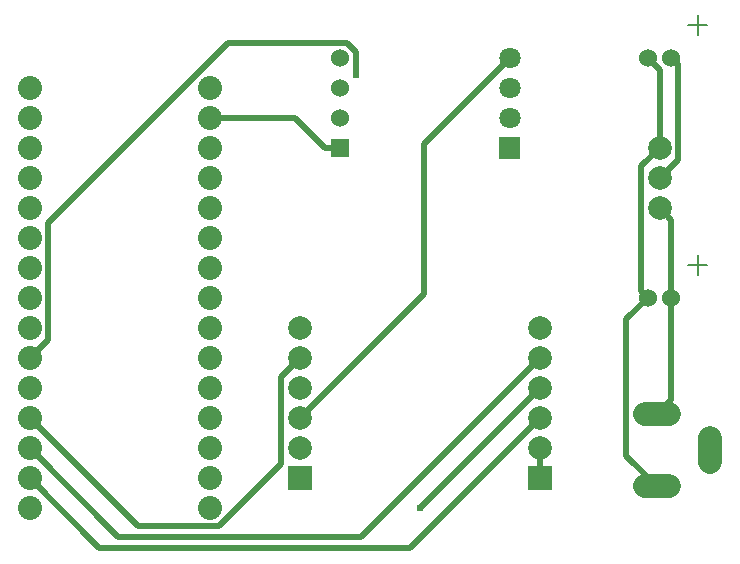
<source format=gbl>
G04 Layer: BottomLayer*
G04 EasyEDA v6.4.31, 2022-02-05 19:12:57*
G04 bf2cb295ba724ca7aa620009b2cc85ec,0a318e337cfa45e088b33f9f44b42fdc,10*
G04 Gerber Generator version 0.2*
G04 Scale: 100 percent, Rotated: No, Reflected: No *
G04 Dimensions in millimeters *
G04 leading zeros omitted , absolute positions ,4 integer and 5 decimal *
%FSLAX45Y45*%
%MOMM*%

%ADD11C,0.5080*%
%ADD12C,0.6100*%
%ADD13C,1.5300*%
%ADD14C,2.0320*%
%ADD15C,2.0000*%
%ADD16C,1.5240*%
%ADD17R,1.5240X1.5240*%
%ADD18C,1.8000*%
%ADD20R,2.0000X2.0000*%
%ADD21C,0.2032*%

%LPD*%
D21*
X7008368Y5615178D02*
G01*
X6842252Y5615178D01*
X6925309Y5531612D02*
G01*
X6925309Y5698236D01*
X7008368Y7647178D02*
G01*
X6842252Y7647178D01*
X6925309Y7563612D02*
G01*
X6925309Y7730236D01*
D11*
X1270000Y4826000D02*
G01*
X1422603Y4978603D01*
X1422603Y5969507D01*
X2947492Y7494396D01*
X3956405Y7494396D01*
X4034713Y7416088D01*
X4034713Y7224598D01*
X5588000Y4572000D02*
G01*
X4572000Y3556000D01*
X1270000Y3810000D02*
G01*
X1859610Y3220389D01*
X4490389Y3220389D01*
X5588000Y4318000D01*
X6604000Y6604000D02*
G01*
X6448983Y6448983D01*
X6448983Y5388940D01*
X6503924Y5334000D01*
X6604000Y6604000D02*
G01*
X6604000Y7265923D01*
X6503924Y7366000D01*
X3898900Y6604000D02*
G01*
X3771823Y6604000D01*
X2794000Y6858000D02*
G01*
X3517823Y6858000D01*
X3771823Y6604000D01*
X6580936Y3740785D02*
G01*
X6323380Y3998340D01*
X6323380Y5153456D01*
X6503924Y5334000D01*
X5588000Y4064000D02*
G01*
X5588000Y3810000D01*
X5334000Y7366000D02*
G01*
X4606696Y6638696D01*
X4606696Y5368696D01*
X3556000Y4318000D01*
X6604000Y6350000D02*
G01*
X6756374Y6502374D01*
X6756374Y7313701D01*
X6704075Y7366000D01*
X6604000Y6096000D02*
G01*
X6704075Y5995923D01*
X6704075Y5334000D01*
X6580936Y4348276D02*
G01*
X6704075Y4471415D01*
X6704075Y5334000D01*
X3556000Y4826000D02*
G01*
X3398748Y4668748D01*
X3398748Y3926103D01*
X2871444Y3398799D01*
X2189200Y3398799D01*
X1270000Y4318000D01*
X5588000Y4826000D02*
G01*
X4074261Y3312261D01*
X2021738Y3312261D01*
X1270000Y4064000D01*
D13*
G01*
X6704075Y5334000D03*
G01*
X6503924Y5334000D03*
G01*
X6704075Y7366000D03*
G01*
X6503924Y7366000D03*
D14*
G01*
X1270000Y7112000D03*
G01*
X1270000Y6858000D03*
G01*
X1270000Y6604000D03*
G01*
X1270000Y6350000D03*
G01*
X1270000Y6096000D03*
G01*
X1270000Y5842000D03*
G01*
X1270000Y5588000D03*
G01*
X1270000Y5334000D03*
G01*
X1270000Y5080000D03*
G01*
X1270000Y4826000D03*
G01*
X1270000Y4572000D03*
G01*
X1270000Y4318000D03*
G01*
X1270000Y4064000D03*
G01*
X1270000Y3810000D03*
G01*
X1270000Y3556000D03*
G01*
X2794000Y3556000D03*
G01*
X2794000Y3810000D03*
G01*
X2794000Y4064000D03*
G01*
X2794000Y4318000D03*
G01*
X2794000Y4572000D03*
G01*
X2794000Y4826000D03*
G01*
X2794000Y5080000D03*
G01*
X2794000Y5334000D03*
G01*
X2794000Y5588000D03*
G01*
X2794000Y5842000D03*
G01*
X2794000Y6096000D03*
G01*
X2794000Y6350000D03*
G01*
X2794000Y6604000D03*
G01*
X2794000Y6858000D03*
G01*
X2794000Y7112000D03*
D15*
G01*
X6604000Y6604000D03*
G01*
X6604000Y6350000D03*
G01*
X6604000Y6096000D03*
D16*
G01*
X3898900Y7366000D03*
G01*
X3898900Y7112000D03*
G01*
X3898900Y6858000D03*
D17*
G01*
X3898900Y6604000D03*
D18*
G01*
X5334000Y7366000D03*
G01*
X5334000Y7112000D03*
G01*
X5334000Y6858000D03*
G36*
X5244000Y6693999D02*
G01*
X5423999Y6693999D01*
X5423999Y6514000D01*
X5244000Y6514000D01*
G37*
D20*
G01*
X5588076Y3809898D03*
D15*
G01*
X5588050Y4063898D03*
G01*
X5588050Y4317898D03*
G01*
X5588050Y4571898D03*
G01*
X5588050Y4825898D03*
G01*
X5588050Y5079898D03*
G01*
X3556050Y5079898D03*
G01*
X3556050Y4825898D03*
G01*
X3556050Y4571898D03*
G01*
X3556050Y4317898D03*
G01*
X3556050Y4063898D03*
D20*
G01*
X3556076Y3809898D03*
D12*
G01*
X4034713Y7224598D03*
G01*
X4572000Y3556000D03*
D15*
X7033259Y3948556D02*
G01*
X7033259Y4148556D01*
X6480936Y3740785D02*
G01*
X6680936Y3740785D01*
X6680936Y4348276D02*
G01*
X6480936Y4348276D01*
M02*

</source>
